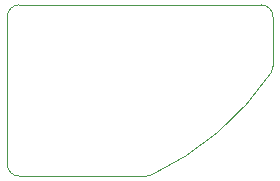
<source format=gbr>
%TF.GenerationSoftware,KiCad,Pcbnew,7.0.1*%
%TF.CreationDate,2024-01-02T21:49:50+00:00*%
%TF.ProjectId,rfid_module,72666964-5f6d-46f6-9475-6c652e6b6963,rev?*%
%TF.SameCoordinates,Original*%
%TF.FileFunction,Profile,NP*%
%FSLAX46Y46*%
G04 Gerber Fmt 4.6, Leading zero omitted, Abs format (unit mm)*
G04 Created by KiCad (PCBNEW 7.0.1) date 2024-01-02 21:49:50*
%MOMM*%
%LPD*%
G01*
G04 APERTURE LIST*
%TA.AperFunction,Profile*%
%ADD10C,0.100000*%
%TD*%
G04 APERTURE END LIST*
D10*
%TO.C,U101*%
X94000000Y-55750000D02*
X94000000Y-68250000D01*
X95000000Y-69250000D02*
X105780143Y-69250000D01*
X115500000Y-54750000D02*
X95000000Y-54750000D01*
X116500000Y-59947200D02*
X116500000Y-55750000D01*
X95000096Y-54750000D02*
G75*
G03*
X94000096Y-55750000I-42J-999958D01*
G01*
X94000096Y-68250000D02*
G75*
G03*
X95000096Y-69250000I999945J-55D01*
G01*
X105780153Y-69250000D02*
G75*
G03*
X106203704Y-69155871I-13J1000050D01*
G01*
X116500100Y-55750000D02*
G75*
G03*
X115500096Y-54750000I-1000000J0D01*
G01*
X106203694Y-69155872D02*
G75*
G03*
X116328545Y-60507121I-10588753J22646773D01*
G01*
X116328641Y-60507122D02*
G75*
G03*
X116500096Y-59947200I-828541J559922D01*
G01*
%TD*%
M02*

</source>
